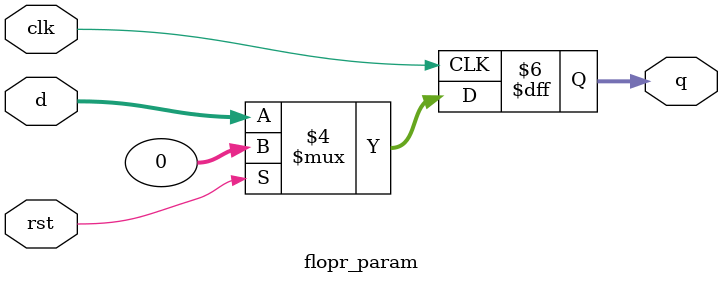
<source format=v>
module flopr_param (
    clk,
    rst,
    q,
    d
);
  parameter n = 32;
  input clk, rst;
  input [n-1:0] d;
  output reg [n-1:0] q;
  always @(posedge clk)
    if (!rst) q <= d;
    else q <= 0;
endmodule

</source>
